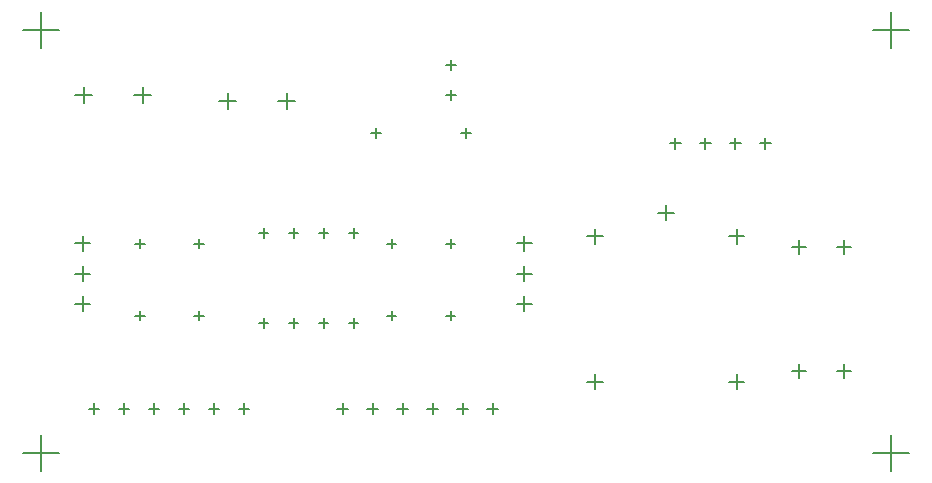
<source format=gbr>
%TF.GenerationSoftware,Altium Limited,Altium Designer,21.0.9 (235)*%
G04 Layer_Color=128*
%FSLAX45Y45*%
%MOMM*%
%TF.SameCoordinates,ED2B7B90-DC9C-465B-8049-FED9E851BE10*%
%TF.FilePolarity,Positive*%
%TF.FileFunction,Drillmap*%
%TF.Part,Single*%
G01*
G75*
%TA.AperFunction,NonConductor*%
%ADD48C,0.12700*%
D48*
X643101Y601980D02*
X733101D01*
X688101Y556980D02*
Y646980D01*
X897101Y601980D02*
X987101D01*
X942101Y556980D02*
Y646980D01*
X1151101Y601980D02*
X1241101D01*
X1196101Y556980D02*
Y646980D01*
X1405101Y601980D02*
X1495101D01*
X1450101Y556980D02*
Y646980D01*
X1659101Y601980D02*
X1749101D01*
X1704101Y556980D02*
Y646980D01*
X1913101Y601980D02*
X2003101D01*
X1958101Y556980D02*
Y646980D01*
X2249106Y3205683D02*
X2389106D01*
X2319106Y3135683D02*
Y3275683D01*
X1749107Y3205683D02*
X1889107D01*
X1819107Y3135683D02*
Y3275683D01*
X7287260Y3810000D02*
X7592060D01*
X7439660Y3657600D02*
Y3962400D01*
X7287260Y228600D02*
X7592060D01*
X7439660Y76200D02*
Y381000D01*
X86360Y228600D02*
X391160D01*
X238760Y76200D02*
Y381000D01*
X86360Y3810000D02*
X391160D01*
X238760Y3657600D02*
Y3962400D01*
X2749000Y601980D02*
X2839000D01*
X2794000Y556980D02*
Y646980D01*
X3003000Y601980D02*
X3093000D01*
X3048000Y556980D02*
Y646980D01*
X3257000Y601980D02*
X3347000D01*
X3302000Y556980D02*
Y646980D01*
X3511000Y601980D02*
X3601000D01*
X3556000Y556980D02*
Y646980D01*
X3765000Y601980D02*
X3855000D01*
X3810000Y556980D02*
Y646980D01*
X4019000Y601980D02*
X4109000D01*
X4064000Y556980D02*
Y646980D01*
X4267200Y1490386D02*
X4394200D01*
X4330700Y1426886D02*
Y1553886D01*
X4267200Y1745381D02*
X4394200D01*
X4330700Y1681881D02*
Y1808881D01*
X4267200Y2000382D02*
X4394200D01*
X4330700Y1936882D02*
Y2063882D01*
X527705Y1490381D02*
X654705D01*
X591205Y1426881D02*
Y1553881D01*
X527705Y1745381D02*
X654705D01*
X591205Y1681881D02*
Y1808881D01*
X527705Y2000382D02*
X654705D01*
X591205Y1936882D02*
Y2063882D01*
X2844561Y2087281D02*
X2925841D01*
X2885201Y2046641D02*
Y2127921D01*
X2590561Y2087281D02*
X2671841D01*
X2631201Y2046641D02*
Y2127921D01*
X2844561Y1325281D02*
X2925841D01*
X2885201Y1284641D02*
Y1365921D01*
X2590561Y1325281D02*
X2671841D01*
X2631201Y1284641D02*
Y1365921D01*
X2082561Y2087281D02*
X2163841D01*
X2123201Y2046641D02*
Y2127921D01*
X2336561Y2087281D02*
X2417841D01*
X2377201Y2046641D02*
Y2127921D01*
X2336561Y1325281D02*
X2417841D01*
X2377201Y1284641D02*
Y1365921D01*
X2082561Y1325281D02*
X2163841D01*
X2123201Y1284641D02*
Y1365921D01*
X3032388Y2935529D02*
X3117388D01*
X3074888Y2893029D02*
Y2978029D01*
X3794388Y2935529D02*
X3879388D01*
X3836888Y2893029D02*
Y2978029D01*
X5566099Y2849281D02*
X5656099D01*
X5611099Y2804281D02*
Y2894280D01*
X5820099Y2849281D02*
X5910099D01*
X5865099Y2804281D02*
Y2894280D01*
X6074099Y2849281D02*
X6164099D01*
X6119099Y2804281D02*
Y2894280D01*
X6328099Y2849281D02*
X6418099D01*
X6373099Y2804281D02*
Y2894280D01*
X4864901Y2059981D02*
X4994901D01*
X4929901Y1994981D02*
Y2124981D01*
X4864901Y829981D02*
X4994901D01*
X4929901Y764981D02*
Y894980D01*
X6064904Y829981D02*
X6194904D01*
X6129904Y764981D02*
Y894980D01*
X6064904Y2059981D02*
X6194904D01*
X6129904Y1994981D02*
Y2124981D01*
X5464900Y2259980D02*
X5594900D01*
X5529900Y2194980D02*
Y2324980D01*
X529201Y3255681D02*
X669201D01*
X599201Y3185681D02*
Y3325680D01*
X1029205Y3255681D02*
X1169205D01*
X1099205Y3185681D02*
Y3325680D01*
X6597101Y1967977D02*
X6717101D01*
X6657101Y1907977D02*
Y2027977D01*
X6597101Y921979D02*
X6717101D01*
X6657101Y861979D02*
Y981979D01*
X6975800Y1967977D02*
X7095800D01*
X7035800Y1907977D02*
Y2027977D01*
X6975800Y921979D02*
X7095800D01*
X7035800Y861979D02*
Y981979D01*
X3670701Y3512683D02*
X3750701D01*
X3710701Y3472683D02*
Y3552683D01*
X3670701Y3258683D02*
X3750701D01*
X3710701Y3218683D02*
Y3298683D01*
X3166704Y1388781D02*
X3246704D01*
X3206704Y1348781D02*
Y1428780D01*
X3666703Y1388781D02*
X3746703D01*
X3706703Y1348781D02*
Y1428780D01*
X3166704Y1998381D02*
X3246704D01*
X3206704Y1958381D02*
Y2038380D01*
X3666703Y1998381D02*
X3746703D01*
X3706703Y1958381D02*
Y2038380D01*
X1037803Y1388781D02*
X1117803D01*
X1077803Y1348781D02*
Y1428780D01*
X1537802Y1388781D02*
X1617802D01*
X1577802Y1348781D02*
Y1428780D01*
X1037803Y1998381D02*
X1117803D01*
X1077803Y1958381D02*
Y2038380D01*
X1537802Y1998381D02*
X1617802D01*
X1577802Y1958381D02*
Y2038380D01*
%TF.MD5,40b1ff746dd1fc27c56a431b2726175d*%
M02*

</source>
